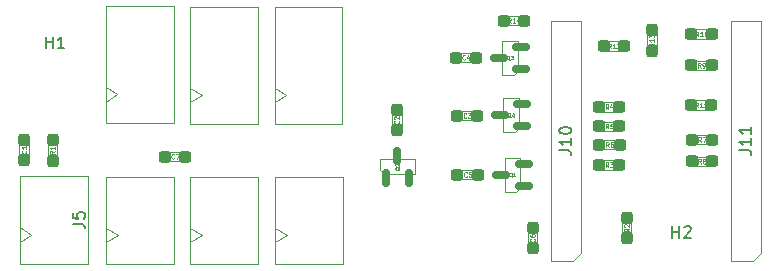
<source format=gbr>
%TF.GenerationSoftware,KiCad,Pcbnew,9.0.3*%
%TF.CreationDate,2025-09-10T20:52:41+09:00*%
%TF.ProjectId,mirror_Shooter_v2,6d697272-6f72-45f5-9368-6f6f7465725f,rev?*%
%TF.SameCoordinates,Original*%
%TF.FileFunction,Paste,Top*%
%TF.FilePolarity,Positive*%
%FSLAX46Y46*%
G04 Gerber Fmt 4.6, Leading zero omitted, Abs format (unit mm)*
G04 Created by KiCad (PCBNEW 9.0.3) date 2025-09-10 20:52:41*
%MOMM*%
%LPD*%
G01*
G04 APERTURE LIST*
G04 Aperture macros list*
%AMRoundRect*
0 Rectangle with rounded corners*
0 $1 Rounding radius*
0 $2 $3 $4 $5 $6 $7 $8 $9 X,Y pos of 4 corners*
0 Add a 4 corners polygon primitive as box body*
4,1,4,$2,$3,$4,$5,$6,$7,$8,$9,$2,$3,0*
0 Add four circle primitives for the rounded corners*
1,1,$1+$1,$2,$3*
1,1,$1+$1,$4,$5*
1,1,$1+$1,$6,$7*
1,1,$1+$1,$8,$9*
0 Add four rect primitives between the rounded corners*
20,1,$1+$1,$2,$3,$4,$5,0*
20,1,$1+$1,$4,$5,$6,$7,0*
20,1,$1+$1,$6,$7,$8,$9,0*
20,1,$1+$1,$8,$9,$2,$3,0*%
G04 Aperture macros list end*
%ADD10RoundRect,0.237500X0.300000X0.237500X-0.300000X0.237500X-0.300000X-0.237500X0.300000X-0.237500X0*%
%ADD11RoundRect,0.237500X0.237500X-0.300000X0.237500X0.300000X-0.237500X0.300000X-0.237500X-0.300000X0*%
%ADD12RoundRect,0.237500X-0.300000X-0.237500X0.300000X-0.237500X0.300000X0.237500X-0.300000X0.237500X0*%
%ADD13RoundRect,0.237500X-0.237500X0.300000X-0.237500X-0.300000X0.237500X-0.300000X0.237500X0.300000X0*%
%ADD14RoundRect,0.150000X0.587500X0.150000X-0.587500X0.150000X-0.587500X-0.150000X0.587500X-0.150000X0*%
%ADD15RoundRect,0.150000X0.150000X-0.587500X0.150000X0.587500X-0.150000X0.587500X-0.150000X-0.587500X0*%
%ADD16C,0.060000*%
%ADD17C,0.150000*%
%ADD18C,0.050000*%
%ADD19C,0.100000*%
G04 APERTURE END LIST*
D10*
%TO.C,R14*%
X203173500Y-100203000D03*
X201448500Y-100203000D03*
%TD*%
D11*
%TO.C,R13*%
X213995000Y-102743000D03*
X213995000Y-101018000D03*
%TD*%
D10*
%TO.C,R12*%
X211656000Y-102362000D03*
X209931000Y-102362000D03*
%TD*%
D11*
%TO.C,R1*%
X163250000Y-112050000D03*
X163250000Y-110325000D03*
%TD*%
D12*
%TO.C,R4*%
X209525000Y-107500000D03*
X211250000Y-107500000D03*
%TD*%
D10*
%TO.C,R7*%
X219098200Y-110286800D03*
X217373200Y-110286800D03*
%TD*%
D11*
%TO.C,C6*%
X203900000Y-119462500D03*
X203900000Y-117737500D03*
%TD*%
D12*
%TO.C,R11*%
X217295000Y-107350000D03*
X219020000Y-107350000D03*
%TD*%
%TO.C,R3*%
X209525000Y-112411000D03*
X211250000Y-112411000D03*
%TD*%
D13*
%TO.C,R2*%
X211860000Y-116877500D03*
X211860000Y-118602500D03*
%TD*%
D14*
%TO.C,Q4*%
X203000000Y-109150000D03*
X203000000Y-107250000D03*
X201125000Y-108200000D03*
%TD*%
D10*
%TO.C,R10*%
X219049600Y-101346000D03*
X217324600Y-101346000D03*
%TD*%
D12*
%TO.C,R5*%
X209525000Y-109151000D03*
X211250000Y-109151000D03*
%TD*%
%TO.C,C5*%
X197525000Y-113250000D03*
X199250000Y-113250000D03*
%TD*%
D14*
%TO.C,Q1*%
X203125000Y-114200000D03*
X203125000Y-112300000D03*
X201250000Y-113250000D03*
%TD*%
D12*
%TO.C,C3*%
X197500000Y-108250000D03*
X199225000Y-108250000D03*
%TD*%
D10*
%TO.C,R9*%
X219049600Y-103987600D03*
X217324600Y-103987600D03*
%TD*%
D11*
%TO.C,C1*%
X160850000Y-112000000D03*
X160850000Y-110275000D03*
%TD*%
D12*
%TO.C,R6*%
X209548200Y-110709200D03*
X211273200Y-110709200D03*
%TD*%
D14*
%TO.C,Q3*%
X202918300Y-104291300D03*
X202918300Y-102391300D03*
X201043300Y-103341300D03*
%TD*%
D15*
%TO.C,Q2*%
X191500000Y-113500000D03*
X193400000Y-113500000D03*
X192450000Y-111625000D03*
%TD*%
D12*
%TO.C,C4*%
X197408800Y-103327200D03*
X199133800Y-103327200D03*
%TD*%
D13*
%TO.C,C2*%
X192400000Y-107750000D03*
X192400000Y-109475000D03*
%TD*%
D12*
%TO.C,C7*%
X172760000Y-111710000D03*
X174485000Y-111710000D03*
%TD*%
D10*
%TO.C,R8*%
X219098200Y-112115600D03*
X217373200Y-112115600D03*
%TD*%
D16*
X202053857Y-100384927D02*
X201920524Y-100194451D01*
X201825286Y-100384927D02*
X201825286Y-99984927D01*
X201825286Y-99984927D02*
X201977667Y-99984927D01*
X201977667Y-99984927D02*
X202015762Y-100003975D01*
X202015762Y-100003975D02*
X202034809Y-100023022D01*
X202034809Y-100023022D02*
X202053857Y-100061118D01*
X202053857Y-100061118D02*
X202053857Y-100118260D01*
X202053857Y-100118260D02*
X202034809Y-100156356D01*
X202034809Y-100156356D02*
X202015762Y-100175403D01*
X202015762Y-100175403D02*
X201977667Y-100194451D01*
X201977667Y-100194451D02*
X201825286Y-100194451D01*
X202434809Y-100384927D02*
X202206238Y-100384927D01*
X202320524Y-100384927D02*
X202320524Y-99984927D01*
X202320524Y-99984927D02*
X202282428Y-100042070D01*
X202282428Y-100042070D02*
X202244333Y-100080165D01*
X202244333Y-100080165D02*
X202206238Y-100099213D01*
X202777666Y-100118260D02*
X202777666Y-100384927D01*
X202682428Y-99965880D02*
X202587190Y-100251594D01*
X202587190Y-100251594D02*
X202834809Y-100251594D01*
X214176927Y-102137642D02*
X213986451Y-102270975D01*
X214176927Y-102366213D02*
X213776927Y-102366213D01*
X213776927Y-102366213D02*
X213776927Y-102213832D01*
X213776927Y-102213832D02*
X213795975Y-102175737D01*
X213795975Y-102175737D02*
X213815022Y-102156690D01*
X213815022Y-102156690D02*
X213853118Y-102137642D01*
X213853118Y-102137642D02*
X213910260Y-102137642D01*
X213910260Y-102137642D02*
X213948356Y-102156690D01*
X213948356Y-102156690D02*
X213967403Y-102175737D01*
X213967403Y-102175737D02*
X213986451Y-102213832D01*
X213986451Y-102213832D02*
X213986451Y-102366213D01*
X214176927Y-101756690D02*
X214176927Y-101985261D01*
X214176927Y-101870975D02*
X213776927Y-101870975D01*
X213776927Y-101870975D02*
X213834070Y-101909071D01*
X213834070Y-101909071D02*
X213872165Y-101947166D01*
X213872165Y-101947166D02*
X213891213Y-101985261D01*
X213776927Y-101623357D02*
X213776927Y-101375738D01*
X213776927Y-101375738D02*
X213929308Y-101509071D01*
X213929308Y-101509071D02*
X213929308Y-101451928D01*
X213929308Y-101451928D02*
X213948356Y-101413833D01*
X213948356Y-101413833D02*
X213967403Y-101394785D01*
X213967403Y-101394785D02*
X214005499Y-101375738D01*
X214005499Y-101375738D02*
X214100737Y-101375738D01*
X214100737Y-101375738D02*
X214138832Y-101394785D01*
X214138832Y-101394785D02*
X214157880Y-101413833D01*
X214157880Y-101413833D02*
X214176927Y-101451928D01*
X214176927Y-101451928D02*
X214176927Y-101566214D01*
X214176927Y-101566214D02*
X214157880Y-101604309D01*
X214157880Y-101604309D02*
X214138832Y-101623357D01*
X210536357Y-102543927D02*
X210403024Y-102353451D01*
X210307786Y-102543927D02*
X210307786Y-102143927D01*
X210307786Y-102143927D02*
X210460167Y-102143927D01*
X210460167Y-102143927D02*
X210498262Y-102162975D01*
X210498262Y-102162975D02*
X210517309Y-102182022D01*
X210517309Y-102182022D02*
X210536357Y-102220118D01*
X210536357Y-102220118D02*
X210536357Y-102277260D01*
X210536357Y-102277260D02*
X210517309Y-102315356D01*
X210517309Y-102315356D02*
X210498262Y-102334403D01*
X210498262Y-102334403D02*
X210460167Y-102353451D01*
X210460167Y-102353451D02*
X210307786Y-102353451D01*
X210917309Y-102543927D02*
X210688738Y-102543927D01*
X210803024Y-102543927D02*
X210803024Y-102143927D01*
X210803024Y-102143927D02*
X210764928Y-102201070D01*
X210764928Y-102201070D02*
X210726833Y-102239165D01*
X210726833Y-102239165D02*
X210688738Y-102258213D01*
X211069690Y-102182022D02*
X211088738Y-102162975D01*
X211088738Y-102162975D02*
X211126833Y-102143927D01*
X211126833Y-102143927D02*
X211222071Y-102143927D01*
X211222071Y-102143927D02*
X211260166Y-102162975D01*
X211260166Y-102162975D02*
X211279214Y-102182022D01*
X211279214Y-102182022D02*
X211298261Y-102220118D01*
X211298261Y-102220118D02*
X211298261Y-102258213D01*
X211298261Y-102258213D02*
X211279214Y-102315356D01*
X211279214Y-102315356D02*
X211050642Y-102543927D01*
X211050642Y-102543927D02*
X211298261Y-102543927D01*
D17*
X164968819Y-117407333D02*
X165683104Y-117407333D01*
X165683104Y-117407333D02*
X165825961Y-117454952D01*
X165825961Y-117454952D02*
X165921200Y-117550190D01*
X165921200Y-117550190D02*
X165968819Y-117693047D01*
X165968819Y-117693047D02*
X165968819Y-117788285D01*
X164968819Y-116454952D02*
X164968819Y-116931142D01*
X164968819Y-116931142D02*
X165445009Y-116978761D01*
X165445009Y-116978761D02*
X165397390Y-116931142D01*
X165397390Y-116931142D02*
X165349771Y-116835904D01*
X165349771Y-116835904D02*
X165349771Y-116597809D01*
X165349771Y-116597809D02*
X165397390Y-116502571D01*
X165397390Y-116502571D02*
X165445009Y-116454952D01*
X165445009Y-116454952D02*
X165540247Y-116407333D01*
X165540247Y-116407333D02*
X165778342Y-116407333D01*
X165778342Y-116407333D02*
X165873580Y-116454952D01*
X165873580Y-116454952D02*
X165921200Y-116502571D01*
X165921200Y-116502571D02*
X165968819Y-116597809D01*
X165968819Y-116597809D02*
X165968819Y-116835904D01*
X165968819Y-116835904D02*
X165921200Y-116931142D01*
X165921200Y-116931142D02*
X165873580Y-116978761D01*
X162688095Y-102554819D02*
X162688095Y-101554819D01*
X162688095Y-102031009D02*
X163259523Y-102031009D01*
X163259523Y-102554819D02*
X163259523Y-101554819D01*
X164259523Y-102554819D02*
X163688095Y-102554819D01*
X163973809Y-102554819D02*
X163973809Y-101554819D01*
X163973809Y-101554819D02*
X163878571Y-101697676D01*
X163878571Y-101697676D02*
X163783333Y-101792914D01*
X163783333Y-101792914D02*
X163688095Y-101840533D01*
X215728095Y-118594819D02*
X215728095Y-117594819D01*
X215728095Y-118071009D02*
X216299523Y-118071009D01*
X216299523Y-118594819D02*
X216299523Y-117594819D01*
X216728095Y-117690057D02*
X216775714Y-117642438D01*
X216775714Y-117642438D02*
X216870952Y-117594819D01*
X216870952Y-117594819D02*
X217109047Y-117594819D01*
X217109047Y-117594819D02*
X217204285Y-117642438D01*
X217204285Y-117642438D02*
X217251904Y-117690057D01*
X217251904Y-117690057D02*
X217299523Y-117785295D01*
X217299523Y-117785295D02*
X217299523Y-117880533D01*
X217299523Y-117880533D02*
X217251904Y-118023390D01*
X217251904Y-118023390D02*
X216680476Y-118594819D01*
X216680476Y-118594819D02*
X217299523Y-118594819D01*
X206154819Y-111159523D02*
X206869104Y-111159523D01*
X206869104Y-111159523D02*
X207011961Y-111207142D01*
X207011961Y-111207142D02*
X207107200Y-111302380D01*
X207107200Y-111302380D02*
X207154819Y-111445237D01*
X207154819Y-111445237D02*
X207154819Y-111540475D01*
X207154819Y-110159523D02*
X207154819Y-110730951D01*
X207154819Y-110445237D02*
X206154819Y-110445237D01*
X206154819Y-110445237D02*
X206297676Y-110540475D01*
X206297676Y-110540475D02*
X206392914Y-110635713D01*
X206392914Y-110635713D02*
X206440533Y-110730951D01*
X206154819Y-109540475D02*
X206154819Y-109445237D01*
X206154819Y-109445237D02*
X206202438Y-109349999D01*
X206202438Y-109349999D02*
X206250057Y-109302380D01*
X206250057Y-109302380D02*
X206345295Y-109254761D01*
X206345295Y-109254761D02*
X206535771Y-109207142D01*
X206535771Y-109207142D02*
X206773866Y-109207142D01*
X206773866Y-109207142D02*
X206964342Y-109254761D01*
X206964342Y-109254761D02*
X207059580Y-109302380D01*
X207059580Y-109302380D02*
X207107200Y-109349999D01*
X207107200Y-109349999D02*
X207154819Y-109445237D01*
X207154819Y-109445237D02*
X207154819Y-109540475D01*
X207154819Y-109540475D02*
X207107200Y-109635713D01*
X207107200Y-109635713D02*
X207059580Y-109683332D01*
X207059580Y-109683332D02*
X206964342Y-109730951D01*
X206964342Y-109730951D02*
X206773866Y-109778570D01*
X206773866Y-109778570D02*
X206535771Y-109778570D01*
X206535771Y-109778570D02*
X206345295Y-109730951D01*
X206345295Y-109730951D02*
X206250057Y-109683332D01*
X206250057Y-109683332D02*
X206202438Y-109635713D01*
X206202438Y-109635713D02*
X206154819Y-109540475D01*
D16*
X163431927Y-111254166D02*
X163241451Y-111387499D01*
X163431927Y-111482737D02*
X163031927Y-111482737D01*
X163031927Y-111482737D02*
X163031927Y-111330356D01*
X163031927Y-111330356D02*
X163050975Y-111292261D01*
X163050975Y-111292261D02*
X163070022Y-111273214D01*
X163070022Y-111273214D02*
X163108118Y-111254166D01*
X163108118Y-111254166D02*
X163165260Y-111254166D01*
X163165260Y-111254166D02*
X163203356Y-111273214D01*
X163203356Y-111273214D02*
X163222403Y-111292261D01*
X163222403Y-111292261D02*
X163241451Y-111330356D01*
X163241451Y-111330356D02*
X163241451Y-111482737D01*
X163431927Y-110873214D02*
X163431927Y-111101785D01*
X163431927Y-110987499D02*
X163031927Y-110987499D01*
X163031927Y-110987499D02*
X163089070Y-111025595D01*
X163089070Y-111025595D02*
X163127165Y-111063690D01*
X163127165Y-111063690D02*
X163146213Y-111101785D01*
X210320833Y-107681927D02*
X210187500Y-107491451D01*
X210092262Y-107681927D02*
X210092262Y-107281927D01*
X210092262Y-107281927D02*
X210244643Y-107281927D01*
X210244643Y-107281927D02*
X210282738Y-107300975D01*
X210282738Y-107300975D02*
X210301785Y-107320022D01*
X210301785Y-107320022D02*
X210320833Y-107358118D01*
X210320833Y-107358118D02*
X210320833Y-107415260D01*
X210320833Y-107415260D02*
X210301785Y-107453356D01*
X210301785Y-107453356D02*
X210282738Y-107472403D01*
X210282738Y-107472403D02*
X210244643Y-107491451D01*
X210244643Y-107491451D02*
X210092262Y-107491451D01*
X210663690Y-107415260D02*
X210663690Y-107681927D01*
X210568452Y-107262880D02*
X210473214Y-107548594D01*
X210473214Y-107548594D02*
X210720833Y-107548594D01*
X218169033Y-110468727D02*
X218035700Y-110278251D01*
X217940462Y-110468727D02*
X217940462Y-110068727D01*
X217940462Y-110068727D02*
X218092843Y-110068727D01*
X218092843Y-110068727D02*
X218130938Y-110087775D01*
X218130938Y-110087775D02*
X218149985Y-110106822D01*
X218149985Y-110106822D02*
X218169033Y-110144918D01*
X218169033Y-110144918D02*
X218169033Y-110202060D01*
X218169033Y-110202060D02*
X218149985Y-110240156D01*
X218149985Y-110240156D02*
X218130938Y-110259203D01*
X218130938Y-110259203D02*
X218092843Y-110278251D01*
X218092843Y-110278251D02*
X217940462Y-110278251D01*
X218302366Y-110068727D02*
X218569033Y-110068727D01*
X218569033Y-110068727D02*
X218397604Y-110468727D01*
X204043832Y-118666666D02*
X204062880Y-118685714D01*
X204062880Y-118685714D02*
X204081927Y-118742856D01*
X204081927Y-118742856D02*
X204081927Y-118780952D01*
X204081927Y-118780952D02*
X204062880Y-118838095D01*
X204062880Y-118838095D02*
X204024784Y-118876190D01*
X204024784Y-118876190D02*
X203986689Y-118895237D01*
X203986689Y-118895237D02*
X203910499Y-118914285D01*
X203910499Y-118914285D02*
X203853356Y-118914285D01*
X203853356Y-118914285D02*
X203777165Y-118895237D01*
X203777165Y-118895237D02*
X203739070Y-118876190D01*
X203739070Y-118876190D02*
X203700975Y-118838095D01*
X203700975Y-118838095D02*
X203681927Y-118780952D01*
X203681927Y-118780952D02*
X203681927Y-118742856D01*
X203681927Y-118742856D02*
X203700975Y-118685714D01*
X203700975Y-118685714D02*
X203720022Y-118666666D01*
X203681927Y-118323809D02*
X203681927Y-118399999D01*
X203681927Y-118399999D02*
X203700975Y-118438095D01*
X203700975Y-118438095D02*
X203720022Y-118457142D01*
X203720022Y-118457142D02*
X203777165Y-118495237D01*
X203777165Y-118495237D02*
X203853356Y-118514285D01*
X203853356Y-118514285D02*
X204005737Y-118514285D01*
X204005737Y-118514285D02*
X204043832Y-118495237D01*
X204043832Y-118495237D02*
X204062880Y-118476190D01*
X204062880Y-118476190D02*
X204081927Y-118438095D01*
X204081927Y-118438095D02*
X204081927Y-118361904D01*
X204081927Y-118361904D02*
X204062880Y-118323809D01*
X204062880Y-118323809D02*
X204043832Y-118304761D01*
X204043832Y-118304761D02*
X204005737Y-118285714D01*
X204005737Y-118285714D02*
X203910499Y-118285714D01*
X203910499Y-118285714D02*
X203872403Y-118304761D01*
X203872403Y-118304761D02*
X203853356Y-118323809D01*
X203853356Y-118323809D02*
X203834308Y-118361904D01*
X203834308Y-118361904D02*
X203834308Y-118438095D01*
X203834308Y-118438095D02*
X203853356Y-118476190D01*
X203853356Y-118476190D02*
X203872403Y-118495237D01*
X203872403Y-118495237D02*
X203910499Y-118514285D01*
X217900357Y-107531927D02*
X217767024Y-107341451D01*
X217671786Y-107531927D02*
X217671786Y-107131927D01*
X217671786Y-107131927D02*
X217824167Y-107131927D01*
X217824167Y-107131927D02*
X217862262Y-107150975D01*
X217862262Y-107150975D02*
X217881309Y-107170022D01*
X217881309Y-107170022D02*
X217900357Y-107208118D01*
X217900357Y-107208118D02*
X217900357Y-107265260D01*
X217900357Y-107265260D02*
X217881309Y-107303356D01*
X217881309Y-107303356D02*
X217862262Y-107322403D01*
X217862262Y-107322403D02*
X217824167Y-107341451D01*
X217824167Y-107341451D02*
X217671786Y-107341451D01*
X218281309Y-107531927D02*
X218052738Y-107531927D01*
X218167024Y-107531927D02*
X218167024Y-107131927D01*
X218167024Y-107131927D02*
X218128928Y-107189070D01*
X218128928Y-107189070D02*
X218090833Y-107227165D01*
X218090833Y-107227165D02*
X218052738Y-107246213D01*
X218662261Y-107531927D02*
X218433690Y-107531927D01*
X218547976Y-107531927D02*
X218547976Y-107131927D01*
X218547976Y-107131927D02*
X218509880Y-107189070D01*
X218509880Y-107189070D02*
X218471785Y-107227165D01*
X218471785Y-107227165D02*
X218433690Y-107246213D01*
X210320833Y-112592927D02*
X210187500Y-112402451D01*
X210092262Y-112592927D02*
X210092262Y-112192927D01*
X210092262Y-112192927D02*
X210244643Y-112192927D01*
X210244643Y-112192927D02*
X210282738Y-112211975D01*
X210282738Y-112211975D02*
X210301785Y-112231022D01*
X210301785Y-112231022D02*
X210320833Y-112269118D01*
X210320833Y-112269118D02*
X210320833Y-112326260D01*
X210320833Y-112326260D02*
X210301785Y-112364356D01*
X210301785Y-112364356D02*
X210282738Y-112383403D01*
X210282738Y-112383403D02*
X210244643Y-112402451D01*
X210244643Y-112402451D02*
X210092262Y-112402451D01*
X210454166Y-112192927D02*
X210701785Y-112192927D01*
X210701785Y-112192927D02*
X210568452Y-112345308D01*
X210568452Y-112345308D02*
X210625595Y-112345308D01*
X210625595Y-112345308D02*
X210663690Y-112364356D01*
X210663690Y-112364356D02*
X210682738Y-112383403D01*
X210682738Y-112383403D02*
X210701785Y-112421499D01*
X210701785Y-112421499D02*
X210701785Y-112516737D01*
X210701785Y-112516737D02*
X210682738Y-112554832D01*
X210682738Y-112554832D02*
X210663690Y-112573880D01*
X210663690Y-112573880D02*
X210625595Y-112592927D01*
X210625595Y-112592927D02*
X210511309Y-112592927D01*
X210511309Y-112592927D02*
X210473214Y-112573880D01*
X210473214Y-112573880D02*
X210454166Y-112554832D01*
X212041927Y-117806666D02*
X211851451Y-117939999D01*
X212041927Y-118035237D02*
X211641927Y-118035237D01*
X211641927Y-118035237D02*
X211641927Y-117882856D01*
X211641927Y-117882856D02*
X211660975Y-117844761D01*
X211660975Y-117844761D02*
X211680022Y-117825714D01*
X211680022Y-117825714D02*
X211718118Y-117806666D01*
X211718118Y-117806666D02*
X211775260Y-117806666D01*
X211775260Y-117806666D02*
X211813356Y-117825714D01*
X211813356Y-117825714D02*
X211832403Y-117844761D01*
X211832403Y-117844761D02*
X211851451Y-117882856D01*
X211851451Y-117882856D02*
X211851451Y-118035237D01*
X211680022Y-117654285D02*
X211660975Y-117635237D01*
X211660975Y-117635237D02*
X211641927Y-117597142D01*
X211641927Y-117597142D02*
X211641927Y-117501904D01*
X211641927Y-117501904D02*
X211660975Y-117463809D01*
X211660975Y-117463809D02*
X211680022Y-117444761D01*
X211680022Y-117444761D02*
X211718118Y-117425714D01*
X211718118Y-117425714D02*
X211756213Y-117425714D01*
X211756213Y-117425714D02*
X211813356Y-117444761D01*
X211813356Y-117444761D02*
X212041927Y-117673333D01*
X212041927Y-117673333D02*
X212041927Y-117425714D01*
D18*
X202032023Y-108375914D02*
X202001547Y-108360676D01*
X202001547Y-108360676D02*
X201971071Y-108330200D01*
X201971071Y-108330200D02*
X201925357Y-108284485D01*
X201925357Y-108284485D02*
X201894880Y-108269247D01*
X201894880Y-108269247D02*
X201864404Y-108269247D01*
X201879642Y-108345438D02*
X201849166Y-108330200D01*
X201849166Y-108330200D02*
X201818690Y-108299723D01*
X201818690Y-108299723D02*
X201803452Y-108238771D01*
X201803452Y-108238771D02*
X201803452Y-108132104D01*
X201803452Y-108132104D02*
X201818690Y-108071152D01*
X201818690Y-108071152D02*
X201849166Y-108040676D01*
X201849166Y-108040676D02*
X201879642Y-108025438D01*
X201879642Y-108025438D02*
X201940595Y-108025438D01*
X201940595Y-108025438D02*
X201971071Y-108040676D01*
X201971071Y-108040676D02*
X202001547Y-108071152D01*
X202001547Y-108071152D02*
X202016785Y-108132104D01*
X202016785Y-108132104D02*
X202016785Y-108238771D01*
X202016785Y-108238771D02*
X202001547Y-108299723D01*
X202001547Y-108299723D02*
X201971071Y-108330200D01*
X201971071Y-108330200D02*
X201940595Y-108345438D01*
X201940595Y-108345438D02*
X201879642Y-108345438D01*
X202291071Y-108132104D02*
X202291071Y-108345438D01*
X202214880Y-108010200D02*
X202138690Y-108238771D01*
X202138690Y-108238771D02*
X202336785Y-108238771D01*
D16*
X217929957Y-101527927D02*
X217796624Y-101337451D01*
X217701386Y-101527927D02*
X217701386Y-101127927D01*
X217701386Y-101127927D02*
X217853767Y-101127927D01*
X217853767Y-101127927D02*
X217891862Y-101146975D01*
X217891862Y-101146975D02*
X217910909Y-101166022D01*
X217910909Y-101166022D02*
X217929957Y-101204118D01*
X217929957Y-101204118D02*
X217929957Y-101261260D01*
X217929957Y-101261260D02*
X217910909Y-101299356D01*
X217910909Y-101299356D02*
X217891862Y-101318403D01*
X217891862Y-101318403D02*
X217853767Y-101337451D01*
X217853767Y-101337451D02*
X217701386Y-101337451D01*
X218310909Y-101527927D02*
X218082338Y-101527927D01*
X218196624Y-101527927D02*
X218196624Y-101127927D01*
X218196624Y-101127927D02*
X218158528Y-101185070D01*
X218158528Y-101185070D02*
X218120433Y-101223165D01*
X218120433Y-101223165D02*
X218082338Y-101242213D01*
X218558528Y-101127927D02*
X218596623Y-101127927D01*
X218596623Y-101127927D02*
X218634719Y-101146975D01*
X218634719Y-101146975D02*
X218653766Y-101166022D01*
X218653766Y-101166022D02*
X218672814Y-101204118D01*
X218672814Y-101204118D02*
X218691861Y-101280308D01*
X218691861Y-101280308D02*
X218691861Y-101375546D01*
X218691861Y-101375546D02*
X218672814Y-101451737D01*
X218672814Y-101451737D02*
X218653766Y-101489832D01*
X218653766Y-101489832D02*
X218634719Y-101508880D01*
X218634719Y-101508880D02*
X218596623Y-101527927D01*
X218596623Y-101527927D02*
X218558528Y-101527927D01*
X218558528Y-101527927D02*
X218520433Y-101508880D01*
X218520433Y-101508880D02*
X218501385Y-101489832D01*
X218501385Y-101489832D02*
X218482338Y-101451737D01*
X218482338Y-101451737D02*
X218463290Y-101375546D01*
X218463290Y-101375546D02*
X218463290Y-101280308D01*
X218463290Y-101280308D02*
X218482338Y-101204118D01*
X218482338Y-101204118D02*
X218501385Y-101166022D01*
X218501385Y-101166022D02*
X218520433Y-101146975D01*
X218520433Y-101146975D02*
X218558528Y-101127927D01*
X210320833Y-109332927D02*
X210187500Y-109142451D01*
X210092262Y-109332927D02*
X210092262Y-108932927D01*
X210092262Y-108932927D02*
X210244643Y-108932927D01*
X210244643Y-108932927D02*
X210282738Y-108951975D01*
X210282738Y-108951975D02*
X210301785Y-108971022D01*
X210301785Y-108971022D02*
X210320833Y-109009118D01*
X210320833Y-109009118D02*
X210320833Y-109066260D01*
X210320833Y-109066260D02*
X210301785Y-109104356D01*
X210301785Y-109104356D02*
X210282738Y-109123403D01*
X210282738Y-109123403D02*
X210244643Y-109142451D01*
X210244643Y-109142451D02*
X210092262Y-109142451D01*
X210682738Y-108932927D02*
X210492262Y-108932927D01*
X210492262Y-108932927D02*
X210473214Y-109123403D01*
X210473214Y-109123403D02*
X210492262Y-109104356D01*
X210492262Y-109104356D02*
X210530357Y-109085308D01*
X210530357Y-109085308D02*
X210625595Y-109085308D01*
X210625595Y-109085308D02*
X210663690Y-109104356D01*
X210663690Y-109104356D02*
X210682738Y-109123403D01*
X210682738Y-109123403D02*
X210701785Y-109161499D01*
X210701785Y-109161499D02*
X210701785Y-109256737D01*
X210701785Y-109256737D02*
X210682738Y-109294832D01*
X210682738Y-109294832D02*
X210663690Y-109313880D01*
X210663690Y-109313880D02*
X210625595Y-109332927D01*
X210625595Y-109332927D02*
X210530357Y-109332927D01*
X210530357Y-109332927D02*
X210492262Y-109313880D01*
X210492262Y-109313880D02*
X210473214Y-109294832D01*
X198320833Y-113393832D02*
X198301785Y-113412880D01*
X198301785Y-113412880D02*
X198244643Y-113431927D01*
X198244643Y-113431927D02*
X198206547Y-113431927D01*
X198206547Y-113431927D02*
X198149404Y-113412880D01*
X198149404Y-113412880D02*
X198111309Y-113374784D01*
X198111309Y-113374784D02*
X198092262Y-113336689D01*
X198092262Y-113336689D02*
X198073214Y-113260499D01*
X198073214Y-113260499D02*
X198073214Y-113203356D01*
X198073214Y-113203356D02*
X198092262Y-113127165D01*
X198092262Y-113127165D02*
X198111309Y-113089070D01*
X198111309Y-113089070D02*
X198149404Y-113050975D01*
X198149404Y-113050975D02*
X198206547Y-113031927D01*
X198206547Y-113031927D02*
X198244643Y-113031927D01*
X198244643Y-113031927D02*
X198301785Y-113050975D01*
X198301785Y-113050975D02*
X198320833Y-113070022D01*
X198682738Y-113031927D02*
X198492262Y-113031927D01*
X198492262Y-113031927D02*
X198473214Y-113222403D01*
X198473214Y-113222403D02*
X198492262Y-113203356D01*
X198492262Y-113203356D02*
X198530357Y-113184308D01*
X198530357Y-113184308D02*
X198625595Y-113184308D01*
X198625595Y-113184308D02*
X198663690Y-113203356D01*
X198663690Y-113203356D02*
X198682738Y-113222403D01*
X198682738Y-113222403D02*
X198701785Y-113260499D01*
X198701785Y-113260499D02*
X198701785Y-113355737D01*
X198701785Y-113355737D02*
X198682738Y-113393832D01*
X198682738Y-113393832D02*
X198663690Y-113412880D01*
X198663690Y-113412880D02*
X198625595Y-113431927D01*
X198625595Y-113431927D02*
X198530357Y-113431927D01*
X198530357Y-113431927D02*
X198492262Y-113412880D01*
X198492262Y-113412880D02*
X198473214Y-113393832D01*
D18*
X202157023Y-113425914D02*
X202126547Y-113410676D01*
X202126547Y-113410676D02*
X202096071Y-113380200D01*
X202096071Y-113380200D02*
X202050357Y-113334485D01*
X202050357Y-113334485D02*
X202019880Y-113319247D01*
X202019880Y-113319247D02*
X201989404Y-113319247D01*
X202004642Y-113395438D02*
X201974166Y-113380200D01*
X201974166Y-113380200D02*
X201943690Y-113349723D01*
X201943690Y-113349723D02*
X201928452Y-113288771D01*
X201928452Y-113288771D02*
X201928452Y-113182104D01*
X201928452Y-113182104D02*
X201943690Y-113121152D01*
X201943690Y-113121152D02*
X201974166Y-113090676D01*
X201974166Y-113090676D02*
X202004642Y-113075438D01*
X202004642Y-113075438D02*
X202065595Y-113075438D01*
X202065595Y-113075438D02*
X202096071Y-113090676D01*
X202096071Y-113090676D02*
X202126547Y-113121152D01*
X202126547Y-113121152D02*
X202141785Y-113182104D01*
X202141785Y-113182104D02*
X202141785Y-113288771D01*
X202141785Y-113288771D02*
X202126547Y-113349723D01*
X202126547Y-113349723D02*
X202096071Y-113380200D01*
X202096071Y-113380200D02*
X202065595Y-113395438D01*
X202065595Y-113395438D02*
X202004642Y-113395438D01*
X202446547Y-113395438D02*
X202263690Y-113395438D01*
X202355118Y-113395438D02*
X202355118Y-113075438D01*
X202355118Y-113075438D02*
X202324642Y-113121152D01*
X202324642Y-113121152D02*
X202294166Y-113151628D01*
X202294166Y-113151628D02*
X202263690Y-113166866D01*
D16*
X198295833Y-108393832D02*
X198276785Y-108412880D01*
X198276785Y-108412880D02*
X198219643Y-108431927D01*
X198219643Y-108431927D02*
X198181547Y-108431927D01*
X198181547Y-108431927D02*
X198124404Y-108412880D01*
X198124404Y-108412880D02*
X198086309Y-108374784D01*
X198086309Y-108374784D02*
X198067262Y-108336689D01*
X198067262Y-108336689D02*
X198048214Y-108260499D01*
X198048214Y-108260499D02*
X198048214Y-108203356D01*
X198048214Y-108203356D02*
X198067262Y-108127165D01*
X198067262Y-108127165D02*
X198086309Y-108089070D01*
X198086309Y-108089070D02*
X198124404Y-108050975D01*
X198124404Y-108050975D02*
X198181547Y-108031927D01*
X198181547Y-108031927D02*
X198219643Y-108031927D01*
X198219643Y-108031927D02*
X198276785Y-108050975D01*
X198276785Y-108050975D02*
X198295833Y-108070022D01*
X198429166Y-108031927D02*
X198676785Y-108031927D01*
X198676785Y-108031927D02*
X198543452Y-108184308D01*
X198543452Y-108184308D02*
X198600595Y-108184308D01*
X198600595Y-108184308D02*
X198638690Y-108203356D01*
X198638690Y-108203356D02*
X198657738Y-108222403D01*
X198657738Y-108222403D02*
X198676785Y-108260499D01*
X198676785Y-108260499D02*
X198676785Y-108355737D01*
X198676785Y-108355737D02*
X198657738Y-108393832D01*
X198657738Y-108393832D02*
X198638690Y-108412880D01*
X198638690Y-108412880D02*
X198600595Y-108431927D01*
X198600595Y-108431927D02*
X198486309Y-108431927D01*
X198486309Y-108431927D02*
X198448214Y-108412880D01*
X198448214Y-108412880D02*
X198429166Y-108393832D01*
X218120433Y-104169527D02*
X217987100Y-103979051D01*
X217891862Y-104169527D02*
X217891862Y-103769527D01*
X217891862Y-103769527D02*
X218044243Y-103769527D01*
X218044243Y-103769527D02*
X218082338Y-103788575D01*
X218082338Y-103788575D02*
X218101385Y-103807622D01*
X218101385Y-103807622D02*
X218120433Y-103845718D01*
X218120433Y-103845718D02*
X218120433Y-103902860D01*
X218120433Y-103902860D02*
X218101385Y-103940956D01*
X218101385Y-103940956D02*
X218082338Y-103960003D01*
X218082338Y-103960003D02*
X218044243Y-103979051D01*
X218044243Y-103979051D02*
X217891862Y-103979051D01*
X218310909Y-104169527D02*
X218387100Y-104169527D01*
X218387100Y-104169527D02*
X218425195Y-104150480D01*
X218425195Y-104150480D02*
X218444243Y-104131432D01*
X218444243Y-104131432D02*
X218482338Y-104074289D01*
X218482338Y-104074289D02*
X218501385Y-103998099D01*
X218501385Y-103998099D02*
X218501385Y-103845718D01*
X218501385Y-103845718D02*
X218482338Y-103807622D01*
X218482338Y-103807622D02*
X218463290Y-103788575D01*
X218463290Y-103788575D02*
X218425195Y-103769527D01*
X218425195Y-103769527D02*
X218349004Y-103769527D01*
X218349004Y-103769527D02*
X218310909Y-103788575D01*
X218310909Y-103788575D02*
X218291862Y-103807622D01*
X218291862Y-103807622D02*
X218272814Y-103845718D01*
X218272814Y-103845718D02*
X218272814Y-103940956D01*
X218272814Y-103940956D02*
X218291862Y-103979051D01*
X218291862Y-103979051D02*
X218310909Y-103998099D01*
X218310909Y-103998099D02*
X218349004Y-104017146D01*
X218349004Y-104017146D02*
X218425195Y-104017146D01*
X218425195Y-104017146D02*
X218463290Y-103998099D01*
X218463290Y-103998099D02*
X218482338Y-103979051D01*
X218482338Y-103979051D02*
X218501385Y-103940956D01*
X160993832Y-111204166D02*
X161012880Y-111223214D01*
X161012880Y-111223214D02*
X161031927Y-111280356D01*
X161031927Y-111280356D02*
X161031927Y-111318452D01*
X161031927Y-111318452D02*
X161012880Y-111375595D01*
X161012880Y-111375595D02*
X160974784Y-111413690D01*
X160974784Y-111413690D02*
X160936689Y-111432737D01*
X160936689Y-111432737D02*
X160860499Y-111451785D01*
X160860499Y-111451785D02*
X160803356Y-111451785D01*
X160803356Y-111451785D02*
X160727165Y-111432737D01*
X160727165Y-111432737D02*
X160689070Y-111413690D01*
X160689070Y-111413690D02*
X160650975Y-111375595D01*
X160650975Y-111375595D02*
X160631927Y-111318452D01*
X160631927Y-111318452D02*
X160631927Y-111280356D01*
X160631927Y-111280356D02*
X160650975Y-111223214D01*
X160650975Y-111223214D02*
X160670022Y-111204166D01*
X161031927Y-110823214D02*
X161031927Y-111051785D01*
X161031927Y-110937499D02*
X160631927Y-110937499D01*
X160631927Y-110937499D02*
X160689070Y-110975595D01*
X160689070Y-110975595D02*
X160727165Y-111013690D01*
X160727165Y-111013690D02*
X160746213Y-111051785D01*
X210344033Y-110891127D02*
X210210700Y-110700651D01*
X210115462Y-110891127D02*
X210115462Y-110491127D01*
X210115462Y-110491127D02*
X210267843Y-110491127D01*
X210267843Y-110491127D02*
X210305938Y-110510175D01*
X210305938Y-110510175D02*
X210324985Y-110529222D01*
X210324985Y-110529222D02*
X210344033Y-110567318D01*
X210344033Y-110567318D02*
X210344033Y-110624460D01*
X210344033Y-110624460D02*
X210324985Y-110662556D01*
X210324985Y-110662556D02*
X210305938Y-110681603D01*
X210305938Y-110681603D02*
X210267843Y-110700651D01*
X210267843Y-110700651D02*
X210115462Y-110700651D01*
X210686890Y-110491127D02*
X210610700Y-110491127D01*
X210610700Y-110491127D02*
X210572604Y-110510175D01*
X210572604Y-110510175D02*
X210553557Y-110529222D01*
X210553557Y-110529222D02*
X210515462Y-110586365D01*
X210515462Y-110586365D02*
X210496414Y-110662556D01*
X210496414Y-110662556D02*
X210496414Y-110814937D01*
X210496414Y-110814937D02*
X210515462Y-110853032D01*
X210515462Y-110853032D02*
X210534509Y-110872080D01*
X210534509Y-110872080D02*
X210572604Y-110891127D01*
X210572604Y-110891127D02*
X210648795Y-110891127D01*
X210648795Y-110891127D02*
X210686890Y-110872080D01*
X210686890Y-110872080D02*
X210705938Y-110853032D01*
X210705938Y-110853032D02*
X210724985Y-110814937D01*
X210724985Y-110814937D02*
X210724985Y-110719699D01*
X210724985Y-110719699D02*
X210705938Y-110681603D01*
X210705938Y-110681603D02*
X210686890Y-110662556D01*
X210686890Y-110662556D02*
X210648795Y-110643508D01*
X210648795Y-110643508D02*
X210572604Y-110643508D01*
X210572604Y-110643508D02*
X210534509Y-110662556D01*
X210534509Y-110662556D02*
X210515462Y-110681603D01*
X210515462Y-110681603D02*
X210496414Y-110719699D01*
D18*
X201950323Y-103517214D02*
X201919847Y-103501976D01*
X201919847Y-103501976D02*
X201889371Y-103471500D01*
X201889371Y-103471500D02*
X201843657Y-103425785D01*
X201843657Y-103425785D02*
X201813180Y-103410547D01*
X201813180Y-103410547D02*
X201782704Y-103410547D01*
X201797942Y-103486738D02*
X201767466Y-103471500D01*
X201767466Y-103471500D02*
X201736990Y-103441023D01*
X201736990Y-103441023D02*
X201721752Y-103380071D01*
X201721752Y-103380071D02*
X201721752Y-103273404D01*
X201721752Y-103273404D02*
X201736990Y-103212452D01*
X201736990Y-103212452D02*
X201767466Y-103181976D01*
X201767466Y-103181976D02*
X201797942Y-103166738D01*
X201797942Y-103166738D02*
X201858895Y-103166738D01*
X201858895Y-103166738D02*
X201889371Y-103181976D01*
X201889371Y-103181976D02*
X201919847Y-103212452D01*
X201919847Y-103212452D02*
X201935085Y-103273404D01*
X201935085Y-103273404D02*
X201935085Y-103380071D01*
X201935085Y-103380071D02*
X201919847Y-103441023D01*
X201919847Y-103441023D02*
X201889371Y-103471500D01*
X201889371Y-103471500D02*
X201858895Y-103486738D01*
X201858895Y-103486738D02*
X201797942Y-103486738D01*
X202041752Y-103166738D02*
X202239847Y-103166738D01*
X202239847Y-103166738D02*
X202133180Y-103288642D01*
X202133180Y-103288642D02*
X202178895Y-103288642D01*
X202178895Y-103288642D02*
X202209371Y-103303880D01*
X202209371Y-103303880D02*
X202224609Y-103319119D01*
X202224609Y-103319119D02*
X202239847Y-103349595D01*
X202239847Y-103349595D02*
X202239847Y-103425785D01*
X202239847Y-103425785D02*
X202224609Y-103456261D01*
X202224609Y-103456261D02*
X202209371Y-103471500D01*
X202209371Y-103471500D02*
X202178895Y-103486738D01*
X202178895Y-103486738D02*
X202087466Y-103486738D01*
X202087466Y-103486738D02*
X202056990Y-103471500D01*
X202056990Y-103471500D02*
X202041752Y-103456261D01*
X192625914Y-112592976D02*
X192610676Y-112623452D01*
X192610676Y-112623452D02*
X192580200Y-112653928D01*
X192580200Y-112653928D02*
X192534485Y-112699642D01*
X192534485Y-112699642D02*
X192519247Y-112730119D01*
X192519247Y-112730119D02*
X192519247Y-112760595D01*
X192595438Y-112745357D02*
X192580200Y-112775833D01*
X192580200Y-112775833D02*
X192549723Y-112806309D01*
X192549723Y-112806309D02*
X192488771Y-112821547D01*
X192488771Y-112821547D02*
X192382104Y-112821547D01*
X192382104Y-112821547D02*
X192321152Y-112806309D01*
X192321152Y-112806309D02*
X192290676Y-112775833D01*
X192290676Y-112775833D02*
X192275438Y-112745357D01*
X192275438Y-112745357D02*
X192275438Y-112684404D01*
X192275438Y-112684404D02*
X192290676Y-112653928D01*
X192290676Y-112653928D02*
X192321152Y-112623452D01*
X192321152Y-112623452D02*
X192382104Y-112608214D01*
X192382104Y-112608214D02*
X192488771Y-112608214D01*
X192488771Y-112608214D02*
X192549723Y-112623452D01*
X192549723Y-112623452D02*
X192580200Y-112653928D01*
X192580200Y-112653928D02*
X192595438Y-112684404D01*
X192595438Y-112684404D02*
X192595438Y-112745357D01*
X192305914Y-112486309D02*
X192290676Y-112471071D01*
X192290676Y-112471071D02*
X192275438Y-112440595D01*
X192275438Y-112440595D02*
X192275438Y-112364404D01*
X192275438Y-112364404D02*
X192290676Y-112333928D01*
X192290676Y-112333928D02*
X192305914Y-112318690D01*
X192305914Y-112318690D02*
X192336390Y-112303452D01*
X192336390Y-112303452D02*
X192366866Y-112303452D01*
X192366866Y-112303452D02*
X192412580Y-112318690D01*
X192412580Y-112318690D02*
X192595438Y-112501547D01*
X192595438Y-112501547D02*
X192595438Y-112303452D01*
D16*
X198204633Y-103471032D02*
X198185585Y-103490080D01*
X198185585Y-103490080D02*
X198128443Y-103509127D01*
X198128443Y-103509127D02*
X198090347Y-103509127D01*
X198090347Y-103509127D02*
X198033204Y-103490080D01*
X198033204Y-103490080D02*
X197995109Y-103451984D01*
X197995109Y-103451984D02*
X197976062Y-103413889D01*
X197976062Y-103413889D02*
X197957014Y-103337699D01*
X197957014Y-103337699D02*
X197957014Y-103280556D01*
X197957014Y-103280556D02*
X197976062Y-103204365D01*
X197976062Y-103204365D02*
X197995109Y-103166270D01*
X197995109Y-103166270D02*
X198033204Y-103128175D01*
X198033204Y-103128175D02*
X198090347Y-103109127D01*
X198090347Y-103109127D02*
X198128443Y-103109127D01*
X198128443Y-103109127D02*
X198185585Y-103128175D01*
X198185585Y-103128175D02*
X198204633Y-103147222D01*
X198547490Y-103242460D02*
X198547490Y-103509127D01*
X198452252Y-103090080D02*
X198357014Y-103375794D01*
X198357014Y-103375794D02*
X198604633Y-103375794D01*
X192543832Y-108679166D02*
X192562880Y-108698214D01*
X192562880Y-108698214D02*
X192581927Y-108755356D01*
X192581927Y-108755356D02*
X192581927Y-108793452D01*
X192581927Y-108793452D02*
X192562880Y-108850595D01*
X192562880Y-108850595D02*
X192524784Y-108888690D01*
X192524784Y-108888690D02*
X192486689Y-108907737D01*
X192486689Y-108907737D02*
X192410499Y-108926785D01*
X192410499Y-108926785D02*
X192353356Y-108926785D01*
X192353356Y-108926785D02*
X192277165Y-108907737D01*
X192277165Y-108907737D02*
X192239070Y-108888690D01*
X192239070Y-108888690D02*
X192200975Y-108850595D01*
X192200975Y-108850595D02*
X192181927Y-108793452D01*
X192181927Y-108793452D02*
X192181927Y-108755356D01*
X192181927Y-108755356D02*
X192200975Y-108698214D01*
X192200975Y-108698214D02*
X192220022Y-108679166D01*
X192220022Y-108526785D02*
X192200975Y-108507737D01*
X192200975Y-108507737D02*
X192181927Y-108469642D01*
X192181927Y-108469642D02*
X192181927Y-108374404D01*
X192181927Y-108374404D02*
X192200975Y-108336309D01*
X192200975Y-108336309D02*
X192220022Y-108317261D01*
X192220022Y-108317261D02*
X192258118Y-108298214D01*
X192258118Y-108298214D02*
X192296213Y-108298214D01*
X192296213Y-108298214D02*
X192353356Y-108317261D01*
X192353356Y-108317261D02*
X192581927Y-108545833D01*
X192581927Y-108545833D02*
X192581927Y-108298214D01*
X173555833Y-111853832D02*
X173536785Y-111872880D01*
X173536785Y-111872880D02*
X173479643Y-111891927D01*
X173479643Y-111891927D02*
X173441547Y-111891927D01*
X173441547Y-111891927D02*
X173384404Y-111872880D01*
X173384404Y-111872880D02*
X173346309Y-111834784D01*
X173346309Y-111834784D02*
X173327262Y-111796689D01*
X173327262Y-111796689D02*
X173308214Y-111720499D01*
X173308214Y-111720499D02*
X173308214Y-111663356D01*
X173308214Y-111663356D02*
X173327262Y-111587165D01*
X173327262Y-111587165D02*
X173346309Y-111549070D01*
X173346309Y-111549070D02*
X173384404Y-111510975D01*
X173384404Y-111510975D02*
X173441547Y-111491927D01*
X173441547Y-111491927D02*
X173479643Y-111491927D01*
X173479643Y-111491927D02*
X173536785Y-111510975D01*
X173536785Y-111510975D02*
X173555833Y-111530022D01*
X173689166Y-111491927D02*
X173955833Y-111491927D01*
X173955833Y-111491927D02*
X173784404Y-111891927D01*
D17*
X221404819Y-111159523D02*
X222119104Y-111159523D01*
X222119104Y-111159523D02*
X222261961Y-111207142D01*
X222261961Y-111207142D02*
X222357200Y-111302380D01*
X222357200Y-111302380D02*
X222404819Y-111445237D01*
X222404819Y-111445237D02*
X222404819Y-111540475D01*
X222404819Y-110159523D02*
X222404819Y-110730951D01*
X222404819Y-110445237D02*
X221404819Y-110445237D01*
X221404819Y-110445237D02*
X221547676Y-110540475D01*
X221547676Y-110540475D02*
X221642914Y-110635713D01*
X221642914Y-110635713D02*
X221690533Y-110730951D01*
X222404819Y-109207142D02*
X222404819Y-109778570D01*
X222404819Y-109492856D02*
X221404819Y-109492856D01*
X221404819Y-109492856D02*
X221547676Y-109588094D01*
X221547676Y-109588094D02*
X221642914Y-109683332D01*
X221642914Y-109683332D02*
X221690533Y-109778570D01*
D16*
X218169033Y-112297527D02*
X218035700Y-112107051D01*
X217940462Y-112297527D02*
X217940462Y-111897527D01*
X217940462Y-111897527D02*
X218092843Y-111897527D01*
X218092843Y-111897527D02*
X218130938Y-111916575D01*
X218130938Y-111916575D02*
X218149985Y-111935622D01*
X218149985Y-111935622D02*
X218169033Y-111973718D01*
X218169033Y-111973718D02*
X218169033Y-112030860D01*
X218169033Y-112030860D02*
X218149985Y-112068956D01*
X218149985Y-112068956D02*
X218130938Y-112088003D01*
X218130938Y-112088003D02*
X218092843Y-112107051D01*
X218092843Y-112107051D02*
X217940462Y-112107051D01*
X218397604Y-112068956D02*
X218359509Y-112049908D01*
X218359509Y-112049908D02*
X218340462Y-112030860D01*
X218340462Y-112030860D02*
X218321414Y-111992765D01*
X218321414Y-111992765D02*
X218321414Y-111973718D01*
X218321414Y-111973718D02*
X218340462Y-111935622D01*
X218340462Y-111935622D02*
X218359509Y-111916575D01*
X218359509Y-111916575D02*
X218397604Y-111897527D01*
X218397604Y-111897527D02*
X218473795Y-111897527D01*
X218473795Y-111897527D02*
X218511890Y-111916575D01*
X218511890Y-111916575D02*
X218530938Y-111935622D01*
X218530938Y-111935622D02*
X218549985Y-111973718D01*
X218549985Y-111973718D02*
X218549985Y-111992765D01*
X218549985Y-111992765D02*
X218530938Y-112030860D01*
X218530938Y-112030860D02*
X218511890Y-112049908D01*
X218511890Y-112049908D02*
X218473795Y-112068956D01*
X218473795Y-112068956D02*
X218397604Y-112068956D01*
X218397604Y-112068956D02*
X218359509Y-112088003D01*
X218359509Y-112088003D02*
X218340462Y-112107051D01*
X218340462Y-112107051D02*
X218321414Y-112145146D01*
X218321414Y-112145146D02*
X218321414Y-112221337D01*
X218321414Y-112221337D02*
X218340462Y-112259432D01*
X218340462Y-112259432D02*
X218359509Y-112278480D01*
X218359509Y-112278480D02*
X218397604Y-112297527D01*
X218397604Y-112297527D02*
X218473795Y-112297527D01*
X218473795Y-112297527D02*
X218511890Y-112278480D01*
X218511890Y-112278480D02*
X218530938Y-112259432D01*
X218530938Y-112259432D02*
X218549985Y-112221337D01*
X218549985Y-112221337D02*
X218549985Y-112145146D01*
X218549985Y-112145146D02*
X218530938Y-112107051D01*
X218530938Y-112107051D02*
X218511890Y-112088003D01*
X218511890Y-112088003D02*
X218473795Y-112068956D01*
D19*
%TO.C,R14*%
X203111000Y-100603000D02*
X201511000Y-100603000D01*
X203111000Y-99803000D02*
X203111000Y-100603000D01*
X201511000Y-100603000D02*
X201511000Y-99803000D01*
X201511000Y-99803000D02*
X203111000Y-99803000D01*
%TO.C,R13*%
X213595000Y-102680500D02*
X213595000Y-101080500D01*
X214395000Y-102680500D02*
X213595000Y-102680500D01*
X213595000Y-101080500D02*
X214395000Y-101080500D01*
X214395000Y-101080500D02*
X214395000Y-102680500D01*
%TO.C,R12*%
X211593500Y-102762000D02*
X209993500Y-102762000D01*
X211593500Y-101962000D02*
X211593500Y-102762000D01*
X209993500Y-102762000D02*
X209993500Y-101962000D01*
X209993500Y-101962000D02*
X211593500Y-101962000D01*
%TO.C,J5*%
X160464000Y-120774000D02*
X166214000Y-120774000D01*
X166214000Y-120774000D02*
X166214000Y-113374000D01*
X160464000Y-118949000D02*
X161464000Y-118324000D01*
X161464000Y-118324000D02*
X160464000Y-117699000D01*
X160464000Y-113374000D02*
X160464000Y-120774000D01*
X166214000Y-113374000D02*
X160464000Y-113374000D01*
%TO.C,J10*%
X207970000Y-119875000D02*
X207335000Y-120510000D01*
X207970000Y-100190000D02*
X207970000Y-119875000D01*
X207335000Y-120510000D02*
X205430000Y-120510000D01*
X205430000Y-120510000D02*
X205430000Y-100190000D01*
X205430000Y-100190000D02*
X207970000Y-100190000D01*
%TO.C,R1*%
X162850000Y-110387500D02*
X163650000Y-110387500D01*
X162850000Y-111987500D02*
X162850000Y-110387500D01*
X163650000Y-110387500D02*
X163650000Y-111987500D01*
X163650000Y-111987500D02*
X162850000Y-111987500D01*
%TO.C,R4*%
X209587500Y-107100000D02*
X211187500Y-107100000D01*
X209587500Y-107900000D02*
X209587500Y-107100000D01*
X211187500Y-107100000D02*
X211187500Y-107900000D01*
X211187500Y-107900000D02*
X209587500Y-107900000D01*
%TO.C,R7*%
X217435700Y-109886800D02*
X219035700Y-109886800D01*
X217435700Y-110686800D02*
X217435700Y-109886800D01*
X219035700Y-109886800D02*
X219035700Y-110686800D01*
X219035700Y-110686800D02*
X217435700Y-110686800D01*
%TO.C,C6*%
X203500000Y-117800000D02*
X204300000Y-117800000D01*
X203500000Y-119400000D02*
X203500000Y-117800000D01*
X204300000Y-117800000D02*
X204300000Y-119400000D01*
X204300000Y-119400000D02*
X203500000Y-119400000D01*
%TO.C,R11*%
X217357500Y-106950000D02*
X218957500Y-106950000D01*
X217357500Y-107750000D02*
X217357500Y-106950000D01*
X218957500Y-106950000D02*
X218957500Y-107750000D01*
X218957500Y-107750000D02*
X217357500Y-107750000D01*
%TO.C,R3*%
X209587500Y-112011000D02*
X211187500Y-112011000D01*
X209587500Y-112811000D02*
X209587500Y-112011000D01*
X211187500Y-112011000D02*
X211187500Y-112811000D01*
X211187500Y-112811000D02*
X209587500Y-112811000D01*
%TO.C,R2*%
X211460000Y-116940000D02*
X212260000Y-116940000D01*
X211460000Y-118540000D02*
X211460000Y-116940000D01*
X212260000Y-116940000D02*
X212260000Y-118540000D01*
X212260000Y-118540000D02*
X211460000Y-118540000D01*
%TO.C,J1*%
X182050000Y-99050000D02*
X182050000Y-108950000D01*
X182050000Y-107125000D02*
X183050000Y-106500000D01*
X182050000Y-108950000D02*
X187800000Y-108950000D01*
X183050000Y-106500000D02*
X182050000Y-105875000D01*
X187800000Y-99050000D02*
X182050000Y-99050000D01*
X187800000Y-108950000D02*
X187800000Y-99050000D01*
%TO.C,J3*%
X167750000Y-99000000D02*
X167750000Y-108900000D01*
X167750000Y-107075000D02*
X168750000Y-106450000D01*
X167750000Y-108900000D02*
X173500000Y-108900000D01*
X168750000Y-106450000D02*
X167750000Y-105825000D01*
X173500000Y-99000000D02*
X167750000Y-99000000D01*
X173500000Y-108900000D02*
X173500000Y-99000000D01*
%TO.C,J2*%
X174900000Y-99050000D02*
X174900000Y-108950000D01*
X174900000Y-107125000D02*
X175900000Y-106500000D01*
X174900000Y-108950000D02*
X180650000Y-108950000D01*
X175900000Y-106500000D02*
X174900000Y-105875000D01*
X180650000Y-99050000D02*
X174900000Y-99050000D01*
X180650000Y-108950000D02*
X180650000Y-99050000D01*
%TO.C,Q4*%
X201412500Y-106750000D02*
X202712500Y-106750000D01*
X201412500Y-109650000D02*
X201412500Y-106750000D01*
X202387500Y-109650000D02*
X201412500Y-109650000D01*
X202712500Y-106750000D02*
X202712500Y-109325000D01*
X202712500Y-109325000D02*
X202387500Y-109650000D01*
%TO.C,J7*%
X167775000Y-113400000D02*
X167775000Y-120800000D01*
X167775000Y-118975000D02*
X168775000Y-118350000D01*
X167775000Y-120800000D02*
X173525000Y-120800000D01*
X168775000Y-118350000D02*
X167775000Y-117725000D01*
X173525000Y-113400000D02*
X167775000Y-113400000D01*
X173525000Y-120800000D02*
X173525000Y-113400000D01*
%TO.C,J8*%
X182075000Y-113400000D02*
X182075000Y-120800000D01*
X182075000Y-118975000D02*
X183075000Y-118350000D01*
X182075000Y-120800000D02*
X187825000Y-120800000D01*
X183075000Y-118350000D02*
X182075000Y-117725000D01*
X187825000Y-113400000D02*
X182075000Y-113400000D01*
X187825000Y-120800000D02*
X187825000Y-113400000D01*
%TO.C,R10*%
X217387100Y-100946000D02*
X218987100Y-100946000D01*
X217387100Y-101746000D02*
X217387100Y-100946000D01*
X218987100Y-100946000D02*
X218987100Y-101746000D01*
X218987100Y-101746000D02*
X217387100Y-101746000D01*
%TO.C,R5*%
X209587500Y-108751000D02*
X211187500Y-108751000D01*
X209587500Y-109551000D02*
X209587500Y-108751000D01*
X211187500Y-108751000D02*
X211187500Y-109551000D01*
X211187500Y-109551000D02*
X209587500Y-109551000D01*
%TO.C,C5*%
X197587500Y-112850000D02*
X199187500Y-112850000D01*
X197587500Y-113650000D02*
X197587500Y-112850000D01*
X199187500Y-112850000D02*
X199187500Y-113650000D01*
X199187500Y-113650000D02*
X197587500Y-113650000D01*
%TO.C,Q1*%
X201537500Y-111800000D02*
X202837500Y-111800000D01*
X201537500Y-114700000D02*
X201537500Y-111800000D01*
X202512500Y-114700000D02*
X201537500Y-114700000D01*
X202837500Y-111800000D02*
X202837500Y-114375000D01*
X202837500Y-114375000D02*
X202512500Y-114700000D01*
%TO.C,C3*%
X197562500Y-107850000D02*
X199162500Y-107850000D01*
X197562500Y-108650000D02*
X197562500Y-107850000D01*
X199162500Y-107850000D02*
X199162500Y-108650000D01*
X199162500Y-108650000D02*
X197562500Y-108650000D01*
%TO.C,R9*%
X217387100Y-103587600D02*
X218987100Y-103587600D01*
X217387100Y-104387600D02*
X217387100Y-103587600D01*
X218987100Y-103587600D02*
X218987100Y-104387600D01*
X218987100Y-104387600D02*
X217387100Y-104387600D01*
%TO.C,C1*%
X160450000Y-110337500D02*
X161250000Y-110337500D01*
X160450000Y-111937500D02*
X160450000Y-110337500D01*
X161250000Y-110337500D02*
X161250000Y-111937500D01*
X161250000Y-111937500D02*
X160450000Y-111937500D01*
%TO.C,J6*%
X174925000Y-113400000D02*
X174925000Y-120800000D01*
X174925000Y-118975000D02*
X175925000Y-118350000D01*
X174925000Y-120800000D02*
X180675000Y-120800000D01*
X175925000Y-118350000D02*
X174925000Y-117725000D01*
X180675000Y-113400000D02*
X174925000Y-113400000D01*
X180675000Y-120800000D02*
X180675000Y-113400000D01*
%TO.C,R6*%
X209610700Y-110309200D02*
X211210700Y-110309200D01*
X209610700Y-111109200D02*
X209610700Y-110309200D01*
X211210700Y-110309200D02*
X211210700Y-111109200D01*
X211210700Y-111109200D02*
X209610700Y-111109200D01*
%TO.C,Q3*%
X201330800Y-101891300D02*
X202630800Y-101891300D01*
X201330800Y-104791300D02*
X201330800Y-101891300D01*
X202305800Y-104791300D02*
X201330800Y-104791300D01*
X202630800Y-101891300D02*
X202630800Y-104466300D01*
X202630800Y-104466300D02*
X202305800Y-104791300D01*
%TO.C,Q2*%
X191000000Y-111912500D02*
X193900000Y-111912500D01*
X191000000Y-112887500D02*
X191000000Y-111912500D01*
X191325000Y-113212500D02*
X191000000Y-112887500D01*
X193900000Y-111912500D02*
X193900000Y-113212500D01*
X193900000Y-113212500D02*
X191325000Y-113212500D01*
%TO.C,C4*%
X197471300Y-102927200D02*
X199071300Y-102927200D01*
X197471300Y-103727200D02*
X197471300Y-102927200D01*
X199071300Y-102927200D02*
X199071300Y-103727200D01*
X199071300Y-103727200D02*
X197471300Y-103727200D01*
%TO.C,C2*%
X192000000Y-107812500D02*
X192800000Y-107812500D01*
X192000000Y-109412500D02*
X192000000Y-107812500D01*
X192800000Y-107812500D02*
X192800000Y-109412500D01*
X192800000Y-109412500D02*
X192000000Y-109412500D01*
%TO.C,C7*%
X172822500Y-111310000D02*
X174422500Y-111310000D01*
X172822500Y-112110000D02*
X172822500Y-111310000D01*
X174422500Y-111310000D02*
X174422500Y-112110000D01*
X174422500Y-112110000D02*
X172822500Y-112110000D01*
%TO.C,J11*%
X220680000Y-100190000D02*
X223220000Y-100190000D01*
X220680000Y-120510000D02*
X220680000Y-100190000D01*
X222585000Y-120510000D02*
X220680000Y-120510000D01*
X223220000Y-100190000D02*
X223220000Y-119875000D01*
X223220000Y-119875000D02*
X222585000Y-120510000D01*
%TO.C,R8*%
X217435700Y-111715600D02*
X219035700Y-111715600D01*
X217435700Y-112515600D02*
X217435700Y-111715600D01*
X219035700Y-111715600D02*
X219035700Y-112515600D01*
X219035700Y-112515600D02*
X217435700Y-112515600D01*
%TD*%
M02*

</source>
